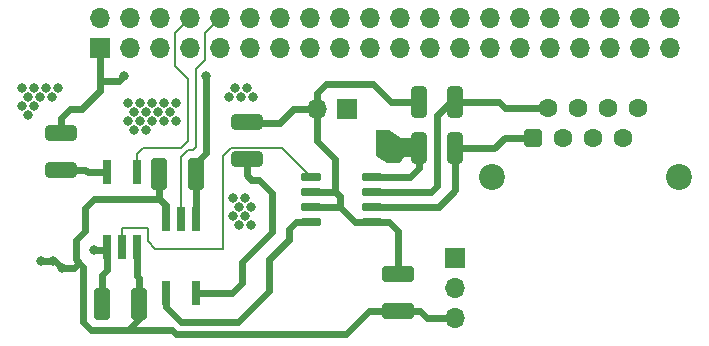
<source format=gbr>
%TF.GenerationSoftware,KiCad,Pcbnew,(6.0.5-0)*%
%TF.CreationDate,2024-08-31T12:48:39+10:00*%
%TF.ProjectId,AAPiHat,41415069-4861-4742-9e6b-696361645f70,rev?*%
%TF.SameCoordinates,Original*%
%TF.FileFunction,Copper,L4,Bot*%
%TF.FilePolarity,Positive*%
%FSLAX46Y46*%
G04 Gerber Fmt 4.6, Leading zero omitted, Abs format (unit mm)*
G04 Created by KiCad (PCBNEW (6.0.5-0)) date 2024-08-31 12:48:39*
%MOMM*%
%LPD*%
G01*
G04 APERTURE LIST*
G04 Aperture macros list*
%AMRoundRect*
0 Rectangle with rounded corners*
0 $1 Rounding radius*
0 $2 $3 $4 $5 $6 $7 $8 $9 X,Y pos of 4 corners*
0 Add a 4 corners polygon primitive as box body*
4,1,4,$2,$3,$4,$5,$6,$7,$8,$9,$2,$3,0*
0 Add four circle primitives for the rounded corners*
1,1,$1+$1,$2,$3*
1,1,$1+$1,$4,$5*
1,1,$1+$1,$6,$7*
1,1,$1+$1,$8,$9*
0 Add four rect primitives between the rounded corners*
20,1,$1+$1,$2,$3,$4,$5,0*
20,1,$1+$1,$4,$5,$6,$7,0*
20,1,$1+$1,$6,$7,$8,$9,0*
20,1,$1+$1,$8,$9,$2,$3,0*%
G04 Aperture macros list end*
%TA.AperFunction,ComponentPad*%
%ADD10R,1.700000X1.700000*%
%TD*%
%TA.AperFunction,ComponentPad*%
%ADD11O,1.700000X1.700000*%
%TD*%
%TA.AperFunction,ComponentPad*%
%ADD12RoundRect,0.400000X-0.400000X-0.400000X0.400000X-0.400000X0.400000X0.400000X-0.400000X0.400000X0*%
%TD*%
%TA.AperFunction,ComponentPad*%
%ADD13C,1.600000*%
%TD*%
%TA.AperFunction,ComponentPad*%
%ADD14C,2.200000*%
%TD*%
%TA.AperFunction,SMDPad,CuDef*%
%ADD15RoundRect,0.250000X-0.412500X-1.100000X0.412500X-1.100000X0.412500X1.100000X-0.412500X1.100000X0*%
%TD*%
%TA.AperFunction,SMDPad,CuDef*%
%ADD16RoundRect,0.250000X-1.075000X0.400000X-1.075000X-0.400000X1.075000X-0.400000X1.075000X0.400000X0*%
%TD*%
%TA.AperFunction,SMDPad,CuDef*%
%ADD17R,0.640000X2.000000*%
%TD*%
%TA.AperFunction,SMDPad,CuDef*%
%ADD18RoundRect,0.250000X0.412500X1.100000X-0.412500X1.100000X-0.412500X-1.100000X0.412500X-1.100000X0*%
%TD*%
%TA.AperFunction,SMDPad,CuDef*%
%ADD19RoundRect,0.250000X0.400000X1.075000X-0.400000X1.075000X-0.400000X-1.075000X0.400000X-1.075000X0*%
%TD*%
%TA.AperFunction,SMDPad,CuDef*%
%ADD20RoundRect,0.150000X-0.725000X-0.150000X0.725000X-0.150000X0.725000X0.150000X-0.725000X0.150000X0*%
%TD*%
%TA.AperFunction,SMDPad,CuDef*%
%ADD21RoundRect,0.250000X-0.400000X-1.075000X0.400000X-1.075000X0.400000X1.075000X-0.400000X1.075000X0*%
%TD*%
%TA.AperFunction,SMDPad,CuDef*%
%ADD22RoundRect,0.250000X-1.100000X0.412500X-1.100000X-0.412500X1.100000X-0.412500X1.100000X0.412500X0*%
%TD*%
%TA.AperFunction,ViaPad*%
%ADD23C,0.800000*%
%TD*%
%TA.AperFunction,Conductor*%
%ADD24C,0.600000*%
%TD*%
%TA.AperFunction,Conductor*%
%ADD25C,0.200000*%
%TD*%
G04 APERTURE END LIST*
D10*
%TO.P,JP1,1,A*%
%TO.N,Net-(J2-Pad5)*%
X85979000Y-101346000D03*
D11*
%TO.P,JP1,2,C*%
%TO.N,14_2VIN*%
X85979000Y-103886000D03*
%TO.P,JP1,3,B*%
%TO.N,GND*%
X85979000Y-106426000D03*
%TD*%
D10*
%TO.P,JP2,1,A*%
%TO.N,Net-(C6-Pad1)*%
X76840000Y-88773000D03*
D11*
%TO.P,JP2,2,B*%
%TO.N,+5V*%
X74300000Y-88773000D03*
%TD*%
D12*
%TO.P,J2,1*%
%TO.N,/CB_RS485_B*%
X92583000Y-91187500D03*
D13*
%TO.P,J2,2*%
%TO.N,/CB_RS485_A*%
X93853000Y-88647500D03*
%TO.P,J2,3*%
%TO.N,unconnected-(J2-Pad3)*%
X95123000Y-91187500D03*
%TO.P,J2,4*%
%TO.N,unconnected-(J2-Pad4)*%
X96393000Y-88647500D03*
%TO.P,J2,5*%
%TO.N,Net-(J2-Pad5)*%
X97663000Y-91187500D03*
%TO.P,J2,6*%
%TO.N,GND*%
X98933000Y-88647500D03*
%TO.P,J2,7*%
%TO.N,unconnected-(J2-Pad7)*%
X100203000Y-91187500D03*
%TO.P,J2,8*%
%TO.N,unconnected-(J2-Pad8)*%
X101473000Y-88647500D03*
D14*
%TO.P,J2,SH*%
%TO.N,unconnected-(J2-PadSH)*%
X89128000Y-94487500D03*
X104928000Y-94487500D03*
%TD*%
D11*
%TO.P,J1,40,GPIO21/SCLK1*%
%TO.N,unconnected-(J1-Pad40)*%
X104145000Y-81031000D03*
%TO.P,J1,39,GND*%
%TO.N,GND*%
X104145000Y-83571000D03*
%TO.P,J1,38,GPIO20/MOSI1*%
%TO.N,unconnected-(J1-Pad38)*%
X101605000Y-81031000D03*
%TO.P,J1,37,GPIO26*%
%TO.N,unconnected-(J1-Pad37)*%
X101605000Y-83571000D03*
%TO.P,J1,36,GPIO16*%
%TO.N,unconnected-(J1-Pad36)*%
X99065000Y-81031000D03*
%TO.P,J1,35,GPIO19/MISO1*%
%TO.N,unconnected-(J1-Pad35)*%
X99065000Y-83571000D03*
%TO.P,J1,34,GND*%
%TO.N,GND*%
X96525000Y-81031000D03*
%TO.P,J1,33,PWM1/GPIO13*%
%TO.N,unconnected-(J1-Pad33)*%
X96525000Y-83571000D03*
%TO.P,J1,32,PWM0/GPIO12*%
%TO.N,unconnected-(J1-Pad32)*%
X93985000Y-81031000D03*
%TO.P,J1,31,GCLK2/GPIO6*%
%TO.N,unconnected-(J1-Pad31)*%
X93985000Y-83571000D03*
%TO.P,J1,30,GND*%
%TO.N,GND*%
X91445000Y-81031000D03*
%TO.P,J1,29,GCLK1/GPIO5*%
%TO.N,unconnected-(J1-Pad29)*%
X91445000Y-83571000D03*
%TO.P,J1,28,ID_SC/GPIO1*%
%TO.N,unconnected-(J1-Pad28)*%
X88905000Y-81031000D03*
%TO.P,J1,27,ID_SD/GPIO0*%
%TO.N,unconnected-(J1-Pad27)*%
X88905000Y-83571000D03*
%TO.P,J1,26,~{CE1}/GPIO7*%
%TO.N,unconnected-(J1-Pad26)*%
X86365000Y-81031000D03*
%TO.P,J1,25,GND*%
%TO.N,GND*%
X86365000Y-83571000D03*
%TO.P,J1,24,~{CE0}/GPIO8*%
%TO.N,unconnected-(J1-Pad24)*%
X83825000Y-81031000D03*
%TO.P,J1,23,SCLK0/GPIO11*%
%TO.N,unconnected-(J1-Pad23)*%
X83825000Y-83571000D03*
%TO.P,J1,22,GPIO25*%
%TO.N,unconnected-(J1-Pad22)*%
X81285000Y-81031000D03*
%TO.P,J1,21,MISO0/GPIO9*%
%TO.N,unconnected-(J1-Pad21)*%
X81285000Y-83571000D03*
%TO.P,J1,20,GND*%
%TO.N,GND*%
X78745000Y-81031000D03*
%TO.P,J1,19,MOSI0/GPIO10*%
%TO.N,unconnected-(J1-Pad19)*%
X78745000Y-83571000D03*
%TO.P,J1,18,GPIO24*%
%TO.N,unconnected-(J1-Pad18)*%
X76205000Y-81031000D03*
%TO.P,J1,17,3V3*%
%TO.N,unconnected-(J1-Pad17)*%
X76205000Y-83571000D03*
%TO.P,J1,16,GPIO23*%
%TO.N,unconnected-(J1-Pad16)*%
X73665000Y-81031000D03*
%TO.P,J1,15,GPIO22*%
%TO.N,unconnected-(J1-Pad15)*%
X73665000Y-83571000D03*
%TO.P,J1,14,GND*%
%TO.N,GND*%
X71125000Y-81031000D03*
%TO.P,J1,13,GPIO27*%
%TO.N,unconnected-(J1-Pad13)*%
X71125000Y-83571000D03*
%TO.P,J1,12,GPIO18/PWM0*%
%TO.N,unconnected-(J1-Pad12)*%
X68585000Y-81031000D03*
%TO.P,J1,11,GPIO17*%
%TO.N,unconnected-(J1-Pad11)*%
X68585000Y-83571000D03*
%TO.P,J1,10,GPIO15/RXD*%
%TO.N,RXD*%
X66045000Y-81031000D03*
%TO.P,J1,9,GND*%
%TO.N,GND*%
X66045000Y-83571000D03*
%TO.P,J1,8,GPIO14/TXD*%
%TO.N,TXD*%
X63505000Y-81031000D03*
%TO.P,J1,7,GCLK0/GPIO4*%
%TO.N,unconnected-(J1-Pad7)*%
X63505000Y-83571000D03*
%TO.P,J1,6,GND*%
%TO.N,GND*%
X60965000Y-81031000D03*
%TO.P,J1,5,SCL/GPIO3*%
%TO.N,unconnected-(J1-Pad5)*%
X60965000Y-83571000D03*
%TO.P,J1,4,5V*%
%TO.N,+5V*%
X58425000Y-81031000D03*
%TO.P,J1,3,SDA/GPIO2*%
%TO.N,unconnected-(J1-Pad3)*%
X58425000Y-83571000D03*
%TO.P,J1,2,5V*%
%TO.N,+5V*%
X55885000Y-81031000D03*
D10*
%TO.P,J1,1,3V3*%
%TO.N,+3V3*%
X55885000Y-83571000D03*
%TD*%
D15*
%TO.P,C2,1*%
%TO.N,+5V*%
X56095500Y-105283000D03*
%TO.P,C2,2*%
%TO.N,GND*%
X59220500Y-105283000D03*
%TD*%
D16*
%TO.P,R2,1*%
%TO.N,+5V*%
X68326000Y-89890000D03*
%TO.P,R2,2*%
%TO.N,Net-(R2-Pad2)*%
X68326000Y-92990000D03*
%TD*%
D17*
%TO.P,U1,1,Anode*%
%TO.N,Net-(R2-Pad2)*%
X64008000Y-104369000D03*
%TO.P,U1,3,Cathode*%
%TO.N,Net-(U1-Pad3)*%
X61468000Y-104369000D03*
%TO.P,U1,4,GND*%
%TO.N,GND*%
X61468000Y-98069000D03*
%TO.P,U1,5,Vo*%
%TO.N,RXD*%
X62738000Y-98069000D03*
%TO.P,U1,6,VDD*%
%TO.N,+3V3*%
X64008000Y-98069000D03*
%TD*%
D16*
%TO.P,R1,1*%
%TO.N,+3V3*%
X52578000Y-90779000D03*
%TO.P,R1,2*%
%TO.N,Net-(R1-Pad2)*%
X52578000Y-93879000D03*
%TD*%
D18*
%TO.P,C1,1*%
%TO.N,+3V3*%
X64046500Y-94234000D03*
%TO.P,C1,2*%
%TO.N,GND*%
X60921500Y-94234000D03*
%TD*%
D17*
%TO.P,U2,1,Anode*%
%TO.N,Net-(R1-Pad2)*%
X56515000Y-94132000D03*
%TO.P,U2,3,Cathode*%
%TO.N,TXD*%
X59055000Y-94132000D03*
%TO.P,U2,4,GND*%
%TO.N,GND*%
X59055000Y-100432000D03*
%TO.P,U2,5,Vo*%
%TO.N,Net-(U2-Pad5)*%
X57785000Y-100432000D03*
%TO.P,U2,6,VDD*%
%TO.N,+5V*%
X56515000Y-100432000D03*
%TD*%
D19*
%TO.P,R3,1*%
%TO.N,/CB_RS485_A*%
X86005000Y-88138000D03*
%TO.P,R3,2*%
%TO.N,+5V*%
X82905000Y-88138000D03*
%TD*%
D20*
%TO.P,U3,1,RO*%
%TO.N,Net-(U1-Pad3)*%
X73752000Y-98298000D03*
%TO.P,U3,2,REn*%
%TO.N,+5V*%
X73752000Y-97028000D03*
%TO.P,U3,3,SHDNn*%
X73752000Y-95758000D03*
%TO.P,U3,4,DI*%
%TO.N,Net-(U2-Pad5)*%
X73752000Y-94488000D03*
%TO.P,U3,5,GND*%
%TO.N,GND*%
X78902000Y-94488000D03*
%TO.P,U3,6,A*%
%TO.N,/CB_RS485_A*%
X78902000Y-95758000D03*
%TO.P,U3,7,B*%
%TO.N,/CB_RS485_B*%
X78902000Y-97028000D03*
%TO.P,U3,8,VCC*%
%TO.N,+5V*%
X78902000Y-98298000D03*
%TD*%
D21*
%TO.P,R4,1*%
%TO.N,GND*%
X82905000Y-92075000D03*
%TO.P,R4,2*%
%TO.N,/CB_RS485_B*%
X86005000Y-92075000D03*
%TD*%
D22*
%TO.P,C3,1*%
%TO.N,+5V*%
X81153000Y-102704500D03*
%TO.P,C3,2*%
%TO.N,GND*%
X81153000Y-105829500D03*
%TD*%
D23*
%TO.N,+5V*%
X55372000Y-100711000D03*
%TO.N,GND*%
X80899000Y-92710000D03*
X80899000Y-91694000D03*
X79883000Y-91186000D03*
X68707000Y-97028000D03*
X67691000Y-98552000D03*
X49276000Y-86995000D03*
X52705000Y-102235000D03*
X52324000Y-86995000D03*
X66802000Y-87757000D03*
X68707000Y-98552000D03*
X51816000Y-87757000D03*
X67310000Y-86995000D03*
X49784000Y-87757000D03*
X50800000Y-87757000D03*
X51308000Y-86995000D03*
X67691000Y-97028000D03*
X68199000Y-97790000D03*
X68326000Y-86995000D03*
X68199000Y-96266000D03*
X79883000Y-92202000D03*
X50927000Y-101600000D03*
X49784000Y-89281000D03*
X67818000Y-87757000D03*
X51943000Y-101600000D03*
X50292000Y-88519000D03*
X68834000Y-87757000D03*
X67183000Y-96266000D03*
X49276000Y-88519000D03*
X50292000Y-86995000D03*
X67183000Y-97790000D03*
%TO.N,14_2VIN*%
X58293000Y-89789000D03*
X59309000Y-89789000D03*
X62357000Y-89789000D03*
X61341000Y-88265000D03*
X59309000Y-88265000D03*
X60325000Y-89789000D03*
X62357000Y-88265000D03*
X58801000Y-89027000D03*
X58801000Y-90551000D03*
X58293000Y-88265000D03*
X60833000Y-89027000D03*
X61341000Y-89789000D03*
X59817000Y-89027000D03*
X61849000Y-89027000D03*
X59817000Y-90551000D03*
X60325000Y-88265000D03*
%TO.N,+3V3*%
X64897000Y-85979000D03*
X57912000Y-85979000D03*
%TD*%
D24*
%TO.N,+5V*%
X56515000Y-102362000D02*
X56095500Y-102781500D01*
X74295000Y-91440000D02*
X74300000Y-91435000D01*
X68352000Y-89916000D02*
X68326000Y-89890000D01*
X80391000Y-98298000D02*
X78902000Y-98298000D01*
X71120000Y-89916000D02*
X68352000Y-89916000D01*
X74300000Y-88773000D02*
X72263000Y-88773000D01*
X75819000Y-95758000D02*
X75819000Y-92964000D01*
X74300000Y-91435000D02*
X74300000Y-88773000D01*
X76200000Y-97028000D02*
X73752000Y-97028000D01*
X74300000Y-87371000D02*
X74300000Y-88773000D01*
X78902000Y-98298000D02*
X77470000Y-98298000D01*
X56095500Y-102781500D02*
X56095500Y-105283000D01*
X72263000Y-88773000D02*
X71120000Y-89916000D01*
X82905000Y-88138000D02*
X80518000Y-88138000D01*
X56236000Y-100711000D02*
X56515000Y-100432000D01*
X75819000Y-92964000D02*
X74295000Y-91440000D01*
X76200000Y-96139000D02*
X75819000Y-95758000D01*
X75819000Y-95758000D02*
X73752000Y-95758000D01*
X78994000Y-86614000D02*
X75057000Y-86614000D01*
X77470000Y-98298000D02*
X76200000Y-97028000D01*
X81153000Y-102704500D02*
X81153000Y-99060000D01*
X81153000Y-99060000D02*
X80391000Y-98298000D01*
X76200000Y-97028000D02*
X76200000Y-96139000D01*
X55372000Y-100711000D02*
X56236000Y-100711000D01*
X56515000Y-100432000D02*
X56515000Y-102362000D01*
X75057000Y-86614000D02*
X74300000Y-87371000D01*
X80518000Y-88138000D02*
X78994000Y-86614000D01*
%TO.N,GND*%
X54483000Y-102108000D02*
X54165500Y-101790500D01*
X58293000Y-107442000D02*
X55118000Y-107442000D01*
X59220500Y-103035500D02*
X59220500Y-105283000D01*
X59220500Y-106514500D02*
X58293000Y-107442000D01*
X53848000Y-99822000D02*
X54610000Y-99060000D01*
X54472489Y-102118511D02*
X54483000Y-102108000D01*
X82969500Y-105829500D02*
X83566000Y-106426000D01*
X76708000Y-107823000D02*
X78701500Y-105829500D01*
X62357000Y-107823000D02*
X76708000Y-107823000D01*
X54610000Y-97155000D02*
X55410500Y-96354500D01*
X53721000Y-102235000D02*
X54165500Y-101790500D01*
X83566000Y-106426000D02*
X85979000Y-106426000D01*
X55118000Y-107442000D02*
X54472489Y-106796489D01*
X59220500Y-105283000D02*
X59220500Y-106514500D01*
X61468000Y-98069000D02*
X61468000Y-96901000D01*
X55410500Y-96354500D02*
X60921500Y-96354500D01*
X58293000Y-107442000D02*
X61976000Y-107442000D01*
X54165500Y-101790500D02*
X53848000Y-101473000D01*
X81153000Y-105829500D02*
X82969500Y-105829500D01*
X59055000Y-102870000D02*
X59220500Y-103035500D01*
X52070000Y-101600000D02*
X52705000Y-102235000D01*
X50927000Y-101600000D02*
X51943000Y-101600000D01*
X61976000Y-107442000D02*
X62357000Y-107823000D01*
X60921500Y-96354500D02*
X60921500Y-94234000D01*
X59055000Y-100432000D02*
X59055000Y-102870000D01*
X78902000Y-94488000D02*
X82169000Y-94488000D01*
X54610000Y-99060000D02*
X54610000Y-97155000D01*
X54472489Y-106796489D02*
X54472489Y-102118511D01*
X78701500Y-105829500D02*
X81153000Y-105829500D01*
X53848000Y-101473000D02*
X53848000Y-99822000D01*
X82905000Y-93752000D02*
X82905000Y-92075000D01*
X52705000Y-102235000D02*
X53721000Y-102235000D01*
X82169000Y-94488000D02*
X82905000Y-93752000D01*
X51943000Y-101600000D02*
X52070000Y-101600000D01*
X61468000Y-96901000D02*
X60921500Y-96354500D01*
%TO.N,+3V3*%
X64008000Y-98069000D02*
X64008000Y-94272500D01*
X55885000Y-86355000D02*
X55885000Y-87244000D01*
X54356000Y-88773000D02*
X53340000Y-88773000D01*
X55181500Y-87947500D02*
X54356000Y-88773000D01*
X52578000Y-89535000D02*
X52578000Y-90779000D01*
X53340000Y-88773000D02*
X52578000Y-89535000D01*
X64046500Y-93306500D02*
X64046500Y-94234000D01*
X55885000Y-83571000D02*
X55885000Y-86355000D01*
X55885000Y-87244000D02*
X55181500Y-87947500D01*
X64897000Y-92456000D02*
X64046500Y-93306500D01*
X64008000Y-94272500D02*
X64046500Y-94234000D01*
X64897000Y-85979000D02*
X64897000Y-92456000D01*
X55885000Y-86355000D02*
X57536000Y-86355000D01*
X57536000Y-86355000D02*
X57912000Y-85979000D01*
D25*
%TO.N,TXD*%
X63373000Y-86233000D02*
X63373000Y-91440000D01*
X63373000Y-91440000D02*
X62738000Y-92075000D01*
X59055000Y-92583000D02*
X59055000Y-94132000D01*
X62230000Y-82306000D02*
X62230000Y-85090000D01*
X62738000Y-92075000D02*
X59563000Y-92075000D01*
X62230000Y-85090000D02*
X63373000Y-86233000D01*
X59563000Y-92075000D02*
X59055000Y-92583000D01*
X63505000Y-81031000D02*
X62230000Y-82306000D01*
%TO.N,RXD*%
X64770000Y-82306000D02*
X66045000Y-81031000D01*
X64008000Y-85344000D02*
X64770000Y-84582000D01*
X62738000Y-92837000D02*
X63373000Y-92202000D01*
X63754000Y-92202000D02*
X64008000Y-91948000D01*
X62738000Y-98069000D02*
X62738000Y-92837000D01*
X64770000Y-84582000D02*
X64770000Y-82306000D01*
X64008000Y-91948000D02*
X64008000Y-85344000D01*
X63373000Y-92202000D02*
X63754000Y-92202000D01*
D24*
%TO.N,Net-(R1-Pad2)*%
X54889000Y-94132000D02*
X56515000Y-94132000D01*
X52578000Y-93879000D02*
X54636000Y-93879000D01*
X54636000Y-93879000D02*
X54889000Y-94132000D01*
%TO.N,Net-(R2-Pad2)*%
X70485000Y-99187000D02*
X67945000Y-101727000D01*
X67945000Y-103505000D02*
X67081000Y-104369000D01*
X68326000Y-92990000D02*
X68326000Y-94361000D01*
X67081000Y-104369000D02*
X64008000Y-104369000D01*
X68707000Y-94742000D02*
X69342000Y-94742000D01*
X68326000Y-94361000D02*
X68707000Y-94742000D01*
X67945000Y-101727000D02*
X67945000Y-103505000D01*
X69342000Y-94742000D02*
X70485000Y-95885000D01*
X70485000Y-95885000D02*
X70485000Y-99187000D01*
%TO.N,Net-(U1-Pad3)*%
X70231000Y-104140000D02*
X70231000Y-101473000D01*
X62738000Y-106807000D02*
X67564000Y-106807000D01*
X67564000Y-106807000D02*
X70231000Y-104140000D01*
X61468000Y-104369000D02*
X61468000Y-105537000D01*
X61468000Y-105537000D02*
X62738000Y-106807000D01*
X70231000Y-101473000D02*
X71882000Y-99822000D01*
X71882000Y-99822000D02*
X71882000Y-98933000D01*
X72517000Y-98298000D02*
X73752000Y-98298000D01*
X71882000Y-98933000D02*
X72517000Y-98298000D01*
D25*
%TO.N,Net-(U2-Pad5)*%
X66294000Y-92769862D02*
X67023382Y-92040480D01*
X67023382Y-92040480D02*
X71304480Y-92040480D01*
X59944000Y-98806000D02*
X59944000Y-99949000D01*
X60579000Y-100584000D02*
X66294000Y-100584000D01*
X59944000Y-99949000D02*
X60579000Y-100584000D01*
X57785000Y-100432000D02*
X57785000Y-98806000D01*
X57785000Y-98806000D02*
X59944000Y-98806000D01*
X66294000Y-100584000D02*
X66294000Y-92769862D01*
X71304480Y-92040480D02*
X73752000Y-94488000D01*
D24*
%TO.N,/CB_RS485_B*%
X86005000Y-95605000D02*
X84582000Y-97028000D01*
X89281000Y-92075000D02*
X86005000Y-92075000D01*
X92583000Y-91187500D02*
X90168500Y-91187500D01*
X84582000Y-97028000D02*
X78902000Y-97028000D01*
X86005000Y-92075000D02*
X86005000Y-95605000D01*
X90168500Y-91187500D02*
X89281000Y-92075000D01*
%TO.N,/CB_RS485_A*%
X89662000Y-88138000D02*
X86005000Y-88138000D01*
X83947000Y-95758000D02*
X78902000Y-95758000D01*
X86005000Y-88138000D02*
X85598000Y-88138000D01*
X84455000Y-89281000D02*
X84455000Y-95250000D01*
X93853000Y-88647500D02*
X90171500Y-88647500D01*
X90171500Y-88647500D02*
X89662000Y-88138000D01*
X84455000Y-95250000D02*
X83947000Y-95758000D01*
X85598000Y-88138000D02*
X84455000Y-89281000D01*
%TD*%
%TA.AperFunction,Conductor*%
%TO.N,GND*%
G36*
X80415077Y-90566048D02*
G01*
X81407000Y-91186000D01*
X82324000Y-91186000D01*
X82382191Y-91204907D01*
X82418155Y-91254407D01*
X82423000Y-91285000D01*
X82423000Y-92738000D01*
X82404093Y-92796191D01*
X82354593Y-92832155D01*
X82324000Y-92837000D01*
X81661000Y-92837000D01*
X81309700Y-93305400D01*
X81259660Y-93340608D01*
X81230500Y-93345000D01*
X80292393Y-93345000D01*
X80239923Y-93329952D01*
X79294530Y-92739081D01*
X79255205Y-92692206D01*
X79248000Y-92655129D01*
X79248000Y-90650000D01*
X79266907Y-90591809D01*
X79316407Y-90555845D01*
X79347000Y-90551000D01*
X80362607Y-90551000D01*
X80415077Y-90566048D01*
G37*
%TD.AperFunction*%
%TD*%
M02*

</source>
